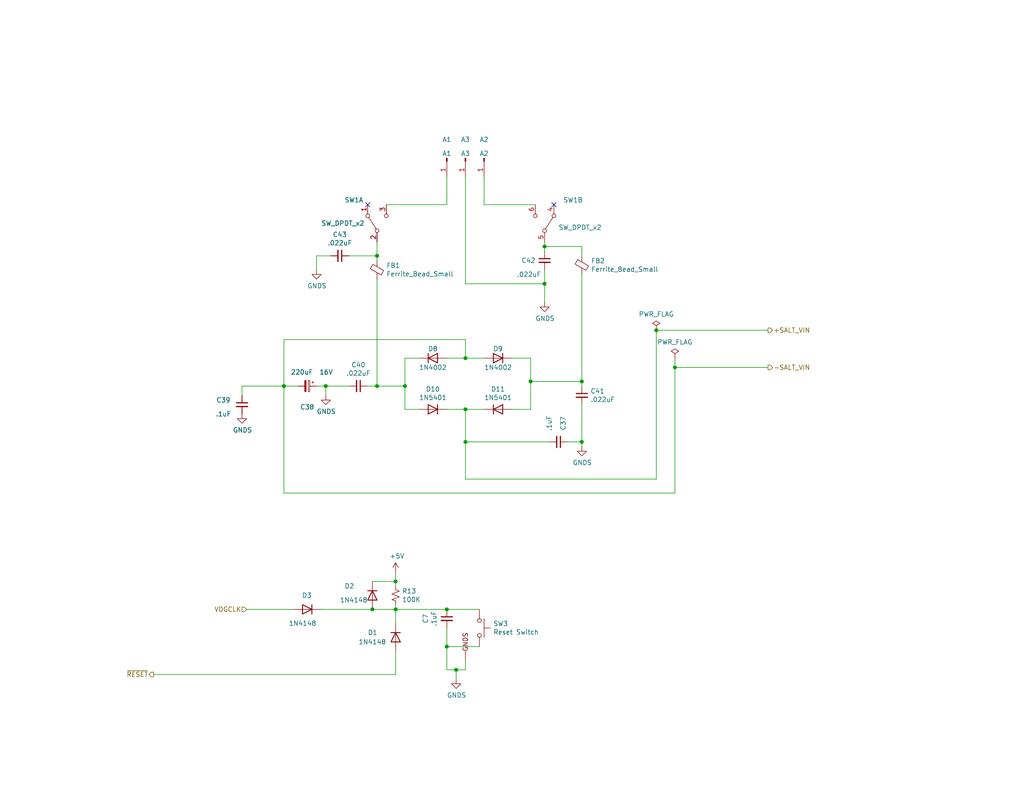
<source format=kicad_sch>
(kicad_sch (version 20211123) (generator eeschema)
  (paper "A")
  (title_block (title "TRS-80 Color Computer 2 (26-3134B & 26-3136B)") (date "2022-10-07") (rev "1.0.0") (company "Tandy Corporation") (comment 1 "Board # 20261058") (comment 3 "Reference board donated by MrDave3609") (comment 4 "Kicad schematic capture by Rocky Hill"))
  (lib_symbols
    (symbol "coco2-rescue:+5V-power" (power) (pin_names (offset 0))
      (property "Value" "+5V-power" (at 0 3.556 0))
      (symbol "+5V-power_0_1"
        (polyline (pts (xy -0.762 1.27) (xy 0 2.54)))
        (polyline (pts (xy 0 0) (xy 0 2.54)))
        (polyline (pts (xy 0 2.54) (xy 0.762 1.27)))
      )
      (symbol "+5V-power_1_1"
        (pin power_in line (at 0 0 90) (length 0) hide (name "+5V") (number "1"))
      )
    )
    (symbol "coco2-rescue:1N4002-Diode" (pin_numbers hide) (pin_names (offset 1.016) hide)
      (property "Reference" "D" (at 0 2.54 0))
      (property "Value" "1N4002-Diode" (at 0 -2.54 0))
      (symbol "1N4002-Diode_0_1"
        (polyline (pts (xy -1.27 1.27) (xy -1.27 -1.27)) (stroke (width 0.254)))
        (polyline (pts (xy 1.27 0) (xy -1.27 0)))
        (polyline (pts (xy 1.27 1.27) (xy 1.27 -1.27) (xy -1.27 0) (xy 1.27 1.27)) (stroke (width 0.254)))
      )
      (symbol "1N4002-Diode_1_1"
        (pin passive line (at -3.81 0 0) (length 2.54) (name "K") (number "1"))
        (pin passive line (at 3.81 0 180) (length 2.54) (name "A") (number "2"))
      )
    )
    (symbol "coco2-rescue:1N4148-Diode" (pin_numbers hide) (pin_names (offset 1.016) hide)
      (property "Reference" "D" (at 0 2.54 0))
      (property "Value" "1N4148-Diode" (at 0 -2.54 0))
      (symbol "1N4148-Diode_0_1"
        (polyline (pts (xy -1.27 1.27) (xy -1.27 -1.27)) (stroke (width 0.254)))
        (polyline (pts (xy 1.27 0) (xy -1.27 0)))
        (polyline (pts (xy 1.27 1.27) (xy 1.27 -1.27) (xy -1.27 0) (xy 1.27 1.27)) (stroke (width 0.254)))
      )
      (symbol "1N4148-Diode_1_1"
        (pin passive line (at -3.81 0 0) (length 2.54) (name "K") (number "1"))
        (pin passive line (at 3.81 0 180) (length 2.54) (name "A") (number "2"))
      )
    )
    (symbol "coco2-rescue:1N5401-Diode" (pin_numbers hide) (pin_names (offset 1.016) hide)
      (property "Reference" "D" (at 0 2.54 0))
      (property "Value" "1N5401-Diode" (at 0 -2.54 0))
      (symbol "1N5401-Diode_0_1"
        (polyline (pts (xy -1.27 1.27) (xy -1.27 -1.27)) (stroke (width 0.254)))
        (polyline (pts (xy 1.27 0) (xy -1.27 0)))
        (polyline (pts (xy 1.27 1.27) (xy 1.27 -1.27) (xy -1.27 0) (xy 1.27 1.27)) (stroke (width 0.254)))
      )
      (symbol "1N5401-Diode_1_1"
        (pin passive line (at -3.81 0 0) (length 2.54) (name "K") (number "1"))
        (pin passive line (at 3.81 0 180) (length 2.54) (name "A") (number "2"))
      )
    )
    (symbol "coco2-rescue:CP_Small-Device" (pin_numbers hide) (pin_names (offset 0.254) hide)
      (property "Reference" "C" (at 0.254 1.778 0))
      (property "Value" "CP_Small-Device" (at 0.254 -2.032 0))
      (symbol "CP_Small-Device_0_1"
        (rectangle (start -1.524 -0.3048) (end 1.524 -0.6858) (fill (type outline)))
        (rectangle (start -1.524 0.6858) (end 1.524 0.3048))
        (polyline (pts (xy -1.27 1.524) (xy -0.762 1.524)))
        (polyline (pts (xy -1.016 1.27) (xy -1.016 1.778)))
      )
      (symbol "CP_Small-Device_1_1"
        (pin passive line (at 0 2.54 270) (length 1.8542) (name "~") (number "1"))
        (pin passive line (at 0 -2.54 90) (length 1.8542) (name "~") (number "2"))
      )
    )
    (symbol "coco2-rescue:C_Small-Device" (pin_numbers hide) (pin_names (offset 0.254) hide)
      (property "Reference" "C" (at 0.254 1.778 0))
      (property "Value" "C_Small-Device" (at 0.254 -2.032 0))
      (symbol "C_Small-Device_0_1"
        (polyline (pts (xy -1.524 -0.508) (xy 1.524 -0.508)) (stroke (width 0.3302)))
        (polyline (pts (xy -1.524 0.508) (xy 1.524 0.508)) (stroke (width 0.3048)))
      )
      (symbol "C_Small-Device_1_1"
        (pin passive line (at 0 2.54 270) (length 2.032) (name "~") (number "1"))
        (pin passive line (at 0 -2.54 90) (length 2.032) (name "~") (number "2"))
      )
    )
    (symbol "coco2-rescue:Conn_01x01_Male-Connector" (pin_names (offset 1.016) hide)
      (property "Reference" "J" (at 0 2.54 0))
      (property "Value" "Conn_01x01_Male-Connector" (at 0 -2.54 0))
      (symbol "Conn_01x01_Male-Connector_1_1"
        (polyline (pts (xy 1.27 0) (xy 0.8636 0)) (stroke (width 0.1524)))
        (rectangle (start 0.8636 0.127) (end 0 -0.127) (stroke (width 0.1524)) (fill (type outline)))
        (pin passive line (at 5.08 0 180) (length 3.81) (name "Pin_1") (number "1"))
      )
    )
    (symbol "coco2-rescue:Ferrite_Bead_Small-Device" (pin_numbers hide) (pin_names (offset 0))
      (property "Reference" "FB" (at 1.905 1.27 0))
      (property "Value" "Ferrite_Bead_Small-Device" (at 1.905 -1.27 0))
      (symbol "Ferrite_Bead_Small-Device_0_1"
        (polyline (pts (xy 0 -1.27) (xy 0 -0.7874)))
        (polyline (pts (xy 0 0.889) (xy 0 1.2954)))
        (polyline (pts (xy -1.8288 0.2794) (xy -1.1176 1.4986) (xy 1.8288 -0.2032) (xy 1.1176 -1.4224) (xy -1.8288 0.2794)))
      )
      (symbol "Ferrite_Bead_Small-Device_1_1"
        (pin passive line (at 0 2.54 270) (length 1.27) (name "~") (number "1"))
        (pin passive line (at 0 -2.54 90) (length 1.27) (name "~") (number "2"))
      )
    )
    (symbol "coco2-rescue:GNDS-power" (power) (pin_names (offset 0))
      (property "Value" "GNDS-power" (at 0 -3.81 0))
      (symbol "GNDS-power_0_1"
        (polyline (pts (xy 0 0) (xy 0 -1.27) (xy 1.27 -1.27) (xy 0 -2.54) (xy -1.27 -1.27) (xy 0 -1.27)))
      )
      (symbol "GNDS-power_1_1"
        (pin power_in line (at 0 0 270) (length 0) hide (name "GNDS") (number "1"))
      )
    )
    (symbol "coco2-rescue:PWR_FLAG-power" (power) (pin_numbers hide) (pin_names (offset 0) hide)
      (property "Value" "PWR_FLAG-power" (at 0 3.81 0))
      (symbol "PWR_FLAG-power_0_0"
        (pin power_out line (at 0 0 90) (length 0) (name "pwr") (number "1"))
      )
      (symbol "PWR_FLAG-power_0_1"
        (polyline (pts (xy 0 0) (xy 0 1.27) (xy -1.016 1.905) (xy 0 2.54) (xy 1.016 1.905) (xy 0 1.27)))
      )
    )
    (symbol "coco2-rescue:R_Small_US-Device" (pin_numbers hide) (pin_names (offset 0.254) hide)
      (property "Reference" "R" (at 0.762 0.508 0))
      (property "Value" "R_Small_US-Device" (at 0.762 -1.016 0))
      (symbol "R_Small_US-Device_1_1"
        (polyline (pts (xy 0 0) (xy 1.016 -0.381) (xy 0 -0.762) (xy -1.016 -1.143) (xy 0 -1.524)))
        (polyline (pts (xy 0 1.524) (xy 1.016 1.143) (xy 0 0.762) (xy -1.016 0.381) (xy 0 0)))
        (pin passive line (at 0 2.54 270) (length 1.016) (name "~") (number "1"))
        (pin passive line (at 0 -2.54 90) (length 1.016) (name "~") (number "2"))
      )
    )
    (symbol "coco2-rescue:SW_DPDT_x2-Switch" (pin_names (offset 0) hide)
      (property "Reference" "SW" (at 0 4.318 0))
      (property "Value" "SW_DPDT_x2-Switch" (at 0 -5.08 0))
      (symbol "SW_DPDT_x2-Switch_0_0"
        (circle (center -2.032 0) (radius 0.508))
        (circle (center 2.032 -2.54) (radius 0.508))
      )
      (symbol "SW_DPDT_x2-Switch_0_1"
        (polyline (pts (xy -1.524 0.254) (xy 1.651 2.286)))
        (circle (center 2.032 2.54) (radius 0.508))
      )
      (symbol "SW_DPDT_x2-Switch_1_1"
        (pin passive line (at 5.08 2.54 180) (length 2.54) (name "A") (number "1"))
        (pin passive line (at -5.08 0 0) (length 2.54) (name "B") (number "2"))
        (pin passive line (at 5.08 -2.54 180) (length 2.54) (name "C") (number "3"))
      )
      (symbol "SW_DPDT_x2-Switch_2_1"
        (pin passive line (at 5.08 2.54 180) (length 2.54) (name "A") (number "4"))
        (pin passive line (at -5.08 0 0) (length 2.54) (name "B") (number "5"))
        (pin passive line (at 5.08 -2.54 180) (length 2.54) (name "C") (number "6"))
      )
    )
    (symbol "coco2:SW_Push-Switch" (pin_numbers hide) (pin_names (offset 1.016) hide)
      (property "Reference" "SW" (at 1.27 2.54 0))
      (property "Value" "SW_Push-Switch" (at 0 -1.524 0))
      (symbol "SW_Push-Switch_0_0"
        (text "GNDS" (at 3.81 -3.81 0) (effects (font (size 1.27 1.27))))
      )
      (symbol "SW_Push-Switch_0_1"
        (circle (center -2.032 0) (radius 0.508))
        (polyline (pts (xy 0 1.27) (xy 0 3.048)))
        (polyline (pts (xy 2.54 1.27) (xy -2.54 1.27)))
        (circle (center 2.032 0) (radius 0.508))
        (pin passive line (at -5.08 0 0) (length 2.54) (name "1") (number "1"))
        (pin passive line (at 5.08 0 180) (length 2.54) (name "2") (number "2"))
      )
      (symbol "SW_Push-Switch_1_1"
        (pin passive line (at 8.89 -3.81 180) (length 2.54) (name "GNDS") (number "GNDS"))
      )
    )
  )
  (junction (at 107.95 166.37))
  (junction (at 148.59 67.31))
  (junction (at 110.49 105.41))
  (junction (at 127 97.79))
  (junction (at 101.6 166.37))
  (junction (at 88.9 105.41))
  (junction (at 184.15 100.33))
  (junction (at 124.46 182.88))
  (junction (at 77.47 105.41))
  (junction (at 121.92 176.53))
  (junction (at 107.95 158.75))
  (junction (at 102.87 69.85))
  (junction (at 158.75 104.14))
  (junction (at 127 120.65))
  (junction (at 127 111.76))
  (junction (at 179.07 90.17))
  (junction (at 158.75 120.65))
  (junction (at 148.59 77.47))
  (junction (at 144.78 104.14))
  (junction (at 121.92 166.37))
  (junction (at 102.87 105.41))
  (no_connect (at 151.13 55.88))
  (no_connect (at 100.33 55.88))
  (wire (pts (xy 121.92 176.53) (xy 121.92 182.88)))
  (wire (pts (xy 127 120.65) (xy 127 130.81)))
  (wire (pts (xy 100.33 105.41) (xy 102.87 105.41)))
  (wire (pts (xy 127 77.47) (xy 148.59 77.47)))
  (wire (pts (xy 121.92 48.26) (xy 121.92 55.88)))
  (wire (pts (xy 101.6 166.37) (xy 107.95 166.37)))
  (wire (pts (xy 209.55 100.33) (xy 184.15 100.33)))
  (wire (pts (xy 132.08 48.26) (xy 132.08 55.88)))
  (wire (pts (xy 90.17 69.85) (xy 86.36 69.85)))
  (wire (pts (xy 158.75 110.49) (xy 158.75 120.65)))
  (wire (pts (xy 87.63 166.37) (xy 101.6 166.37)))
  (wire (pts (xy 102.87 69.85) (xy 102.87 71.12)))
  (wire (pts (xy 124.46 182.88) (xy 127 182.88)))
  (wire (pts (xy 102.87 105.41) (xy 110.49 105.41)))
  (wire (pts (xy 88.9 105.41) (xy 88.9 107.95)))
  (wire (pts (xy 107.95 156.21) (xy 107.95 158.75)))
  (wire (pts (xy 107.95 166.37) (xy 121.92 166.37)))
  (wire (pts (xy 148.59 67.31) (xy 148.59 66.04)))
  (wire (pts (xy 184.15 134.62) (xy 184.15 100.33)))
  (wire (pts (xy 77.47 105.41) (xy 81.28 105.41)))
  (wire (pts (xy 148.59 73.66) (xy 148.59 77.47)))
  (wire (pts (xy 67.31 166.37) (xy 80.01 166.37)))
  (wire (pts (xy 107.95 158.75) (xy 107.95 160.02)))
  (wire (pts (xy 77.47 105.41) (xy 77.47 134.62)))
  (wire (pts (xy 127 120.65) (xy 149.86 120.65)))
  (wire (pts (xy 107.95 166.37) (xy 107.95 170.18)))
  (wire (pts (xy 184.15 100.33) (xy 184.15 97.79)))
  (wire (pts (xy 88.9 105.41) (xy 95.25 105.41)))
  (wire (pts (xy 86.36 69.85) (xy 86.36 73.66)))
  (wire (pts (xy 144.78 97.79) (xy 144.78 104.14)))
  (wire (pts (xy 139.7 97.79) (xy 144.78 97.79)))
  (wire (pts (xy 114.3 97.79) (xy 110.49 97.79)))
  (wire (pts (xy 110.49 97.79) (xy 110.49 105.41)))
  (wire (pts (xy 107.95 165.1) (xy 107.95 166.37)))
  (wire (pts (xy 121.92 182.88) (xy 124.46 182.88)))
  (wire (pts (xy 158.75 74.93) (xy 158.75 104.14)))
  (wire (pts (xy 184.15 134.62) (xy 77.47 134.62)))
  (wire (pts (xy 121.92 55.88) (xy 105.41 55.88)))
  (wire (pts (xy 121.92 111.76) (xy 127 111.76)))
  (wire (pts (xy 101.6 158.75) (xy 107.95 158.75)))
  (wire (pts (xy 124.46 182.88) (xy 124.46 185.42)))
  (wire (pts (xy 127 111.76) (xy 127 120.65)))
  (wire (pts (xy 77.47 105.41) (xy 66.04 105.41)))
  (wire (pts (xy 179.07 130.81) (xy 179.07 90.17)))
  (wire (pts (xy 127 92.71) (xy 127 97.79)))
  (wire (pts (xy 110.49 105.41) (xy 110.49 111.76)))
  (wire (pts (xy 110.49 111.76) (xy 114.3 111.76)))
  (wire (pts (xy 158.75 104.14) (xy 144.78 104.14)))
  (wire (pts (xy 130.81 176.53) (xy 121.92 176.53)))
  (wire (pts (xy 107.95 177.8) (xy 107.95 184.15)))
  (wire (pts (xy 158.75 121.92) (xy 158.75 120.65)))
  (wire (pts (xy 148.59 77.47) (xy 148.59 82.55)))
  (wire (pts (xy 179.07 130.81) (xy 127 130.81)))
  (wire (pts (xy 102.87 76.2) (xy 102.87 105.41)))
  (wire (pts (xy 127 97.79) (xy 132.08 97.79)))
  (wire (pts (xy 158.75 105.41) (xy 158.75 104.14)))
  (wire (pts (xy 209.55 90.17) (xy 179.07 90.17)))
  (wire (pts (xy 41.91 184.15) (xy 107.95 184.15)))
  (wire (pts (xy 158.75 120.65) (xy 154.94 120.65)))
  (wire (pts (xy 88.9 105.41) (xy 86.36 105.41)))
  (wire (pts (xy 127 111.76) (xy 132.08 111.76)))
  (wire (pts (xy 95.25 69.85) (xy 102.87 69.85)))
  (wire (pts (xy 144.78 111.76) (xy 139.7 111.76)))
  (wire (pts (xy 77.47 92.71) (xy 77.47 105.41)))
  (wire (pts (xy 144.78 104.14) (xy 144.78 111.76)))
  (wire (pts (xy 102.87 66.04) (xy 102.87 69.85)))
  (wire (pts (xy 127 92.71) (xy 77.47 92.71)))
  (wire (pts (xy 158.75 67.31) (xy 148.59 67.31)))
  (wire (pts (xy 127 48.26) (xy 127 77.47)))
  (wire (pts (xy 121.92 166.37) (xy 130.81 166.37)))
  (wire (pts (xy 148.59 68.58) (xy 148.59 67.31)))
  (wire (pts (xy 127 182.88) (xy 127 180.34)))
  (wire (pts (xy 121.92 171.45) (xy 121.92 176.53)))
  (wire (pts (xy 132.08 55.88) (xy 146.05 55.88)))
  (wire (pts (xy 121.92 97.79) (xy 127 97.79)))
  (wire (pts (xy 158.75 69.85) (xy 158.75 67.31)))
  (wire (pts (xy 66.04 105.41) (xy 66.04 107.95)))
  (hierarchical_label "-SALT_VIN" (shape output) (at 209.55 100.33 0))
  (hierarchical_label "~{RESET}" (shape output) (at 41.91 184.15 180))
  (hierarchical_label "+SALT_VIN" (shape output) (at 209.55 90.17 0))
  (hierarchical_label "VDGCLK" (shape input) (at 67.31 166.37 180))
  (symbol (lib_id "coco2-rescue:C_Small-Device") (at 148.59 71.12 0) (unit 1)
    (property "Reference" "C42" (at 142.24 71.12 0) (effects (justify left)))
    (property "Value" ".022uF" (at 140.97 74.93 0) (effects (justify left)))
    (property "Footprint" "Capacitor_THT:C_Disc_D8.0mm_W2.5mm_P5.00mm" (effects hide))
    (property "Datasheet" "https://api.kemet.com/component-edge/download/datasheet/C317C223M5U5TA7301.pdf" (effects hide))
    (property "Vendor" "digikey" (effects hide))
    (property "Vendor part#" "399-14073-1-ND" (effects hide))
    (property "Manufacturer part#" "C317C223M5U5TA7301" (effects hide))
  )
  (symbol (lib_id "coco2-rescue:C_Small-Device") (at 92.71 69.85 270) (unit 1)
    (property "Reference" "C43" (at 92.71 64.0334 90))
    (property "Value" ".022uF" (at 92.71 66.3448 90))
    (property "Footprint" "Capacitor_THT:C_Disc_D8.0mm_W2.5mm_P5.00mm" (effects hide))
    (property "Datasheet" "https://api.kemet.com/component-edge/download/datasheet/C317C223M5U5TA7301.pdf" (effects hide))
    (property "Vendor" "digikey" (effects hide))
    (property "Vendor part#" "399-14073-1-ND" (effects hide))
    (property "Manufacturer part#" "C317C223M5U5TA7301" (effects hide))
  )
  (symbol (lib_id "coco2-rescue:C_Small-Device") (at 97.79 105.41 270) (unit 1)
    (property "Reference" "C40" (at 97.79 99.5934 90))
    (property "Value" ".022uF" (at 97.79 101.9048 90))
    (property "Footprint" "Capacitor_THT:C_Disc_D8.0mm_W2.5mm_P5.00mm" (effects hide))
    (property "Datasheet" "https://api.kemet.com/component-edge/download/datasheet/C317C223M5U5TA7301.pdf" (effects hide))
    (property "Vendor" "digikey" (effects hide))
    (property "Vendor part#" "399-14073-1-ND" (effects hide))
    (property "Manufacturer part#" "C317C223M5U5TA7301" (effects hide))
  )
  (symbol (lib_id "coco2-rescue:C_Small-Device") (at 158.75 107.95 0) (unit 1)
    (property "Reference" "C41" (at 161.0868 106.7816 0) (effects (justify left)))
    (property "Value" ".022uF" (at 161.0868 109.093 0) (effects (justify left)))
    (property "Footprint" "Capacitor_THT:C_Disc_D8.0mm_W2.5mm_P5.00mm" (effects hide))
    (property "Datasheet" "https://api.kemet.com/component-edge/download/datasheet/C317C223M5U5TA7301.pdf" (effects hide))
    (property "Vendor" "digikey" (effects hide))
    (property "Vendor part#" "399-14073-1-ND" (effects hide))
    (property "Manufacturer part#" "C317C223M5U5TA7301" (effects hide))
  )
  (symbol (lib_id "coco2-rescue:1N4002-Diode") (at 118.11 97.79 0) (unit 1)
    (property "Reference" "D8" (at 118.11 95.25 0))
    (property "Value" "1N4002" (at 118.11 100.33 0))
    (property "Footprint" "Diode_THT:D_DO-41_SOD81_P10.16mm_Horizontal" (effects hide))
    (property "Datasheet" "https://www.diodes.com/assets/Datasheets/ds29002.pdf" (effects hide))
    (property "Vendor" "digikey" (effects hide))
    (property "Vendor part#" "1N4002GDICT-ND" (effects hide))
    (property "Manufacturer part#" "1N4002G-T" (effects hide))
  )
  (symbol (lib_id "coco2-rescue:1N4002-Diode") (at 135.89 97.79 180) (unit 1)
    (property "Reference" "D9" (at 135.89 95.25 0))
    (property "Value" "1N4002" (at 135.89 100.33 0))
    (property "Footprint" "Diode_THT:D_DO-41_SOD81_P10.16mm_Horizontal" (effects hide))
    (property "Datasheet" "https://www.diodes.com/assets/Datasheets/ds29002.pdf" (effects hide))
    (property "Vendor" "digikey" (effects hide))
    (property "Vendor part#" "1N4002GDICT-ND" (effects hide))
    (property "Manufacturer part#" "1N4002G-T" (effects hide))
  )
  (symbol (lib_id "coco2-rescue:1N5401-Diode") (at 118.11 111.76 180) (unit 1)
    (property "Reference" "D10" (at 118.11 106.2482 0))
    (property "Value" "1N5401" (at 118.11 108.5596 0))
    (property "Footprint" "Diode_THT:D_DO-201AD_P15.24mm_Horizontal" (effects hide))
    (property "Datasheet" "https://www.diodes.com/assets/Datasheets/ds29003.pdf" (effects hide))
    (property "Vendor" "digikey" (effects hide))
    (property "Vendor part#" "1N5401GDICT-ND" (effects hide))
    (property "Manufacturer part#" "1N5401G-T" (effects hide))
  )
  (symbol (lib_id "coco2-rescue:1N5401-Diode") (at 135.89 111.76 0) (unit 1)
    (property "Reference" "D11" (at 135.89 106.2482 0))
    (property "Value" "1N5401" (at 135.89 108.5596 0))
    (property "Footprint" "Diode_THT:D_DO-201AD_P15.24mm_Horizontal" (effects hide))
    (property "Datasheet" "https://www.diodes.com/assets/Datasheets/ds29003.pdf" (effects hide))
    (property "Vendor" "digikey" (effects hide))
    (property "Vendor part#" "1N5401GDICT-ND" (effects hide))
    (property "Manufacturer part#" "1N5401G-T" (effects hide))
  )
  (symbol (lib_id "coco2-rescue:Conn_01x01_Male-Connector") (at 127 43.18 270) (unit 1)
    (property "Reference" "A3" (at 125.73 41.91 90) (effects (justify left)))
    (property "Value" "A3" (at 125.73 38.1 90) (effects (justify left)))
    (property "Footprint" "coco2:power_connector_post" (effects hide))
    (property "Datasheet" "https://www.mill-max.com/catalog/download/2020-01%3A221.1.pdf" (effects hide))
    (property "Vendor" "digikey" (effects hide))
    (property "Vendor part#" "ED11524-ND" (effects hide))
    (property "Manufacturer part#" "6331-0-00-15-00-00-08-0" (effects hide))
  )
  (symbol (lib_id "coco2-rescue:Conn_01x01_Male-Connector") (at 121.92 43.18 270) (unit 1)
    (property "Reference" "A1" (at 120.65 41.91 90) (effects (justify left)))
    (property "Value" "A1" (at 120.65 38.1 90) (effects (justify left)))
    (property "Footprint" "coco2:power_connector_post" (effects hide))
    (property "Datasheet" "https://www.mill-max.com/catalog/download/2020-01%3A221.1.pdf" (effects hide))
    (property "Vendor" "digikey" (effects hide))
    (property "Vendor part#" "ED11524-ND" (effects hide))
    (property "Manufacturer part#" "6331-0-00-15-00-00-08-0" (effects hide))
  )
  (symbol (lib_id "coco2-rescue:Conn_01x01_Male-Connector") (at 132.08 43.18 270) (unit 1)
    (property "Reference" "A2" (at 130.81 41.91 90) (effects (justify left)))
    (property "Value" "A2" (at 130.81 38.1 90) (effects (justify left)))
    (property "Footprint" "coco2:power_connector_post" (effects hide))
    (property "Datasheet" "https://www.mill-max.com/catalog/download/2020-01%3A221.1.pdf" (effects hide))
    (property "Vendor" "digikey" (effects hide))
    (property "Vendor part#" "ED11524-ND" (effects hide))
    (property "Manufacturer part#" "6331-0-00-15-00-00-08-0" (effects hide))
  )
  (symbol (lib_id "coco2-rescue:SW_DPDT_x2-Switch") (at 102.87 60.96 90) (unit 1)
    (property "Reference" "SW1" (at 93.98 54.61 90) (effects (justify right)))
    (property "Value" "SW_DPDT_x2" (at 87.63 60.96 90) (effects (justify right)))
    (property "Footprint" "coco2:F2UEE" (effects hide))
    (property "Datasheet" "https://www.ckswitches.com/media/1402/fpush.pdf" (effects hide))
    (property "Vendor" "digikey" (effects hide))
    (property "Vendor part#" "401-1223-ND" (effects hide))
    (property "Manufacturer part#" "F2UEE" (effects hide))
  )
  (symbol (lib_id "coco2-rescue:SW_DPDT_x2-Switch") (at 148.59 60.96 270) (mirror x) (unit 2)
    (property "Reference" "SW1" (at 153.67 54.61 90) (effects (justify left)))
    (property "Value" "SW_DPDT_x2" (at 152.3492 62.103 90) (effects (justify left)))
    (property "Footprint" "coco2:F2UEE" (effects hide))
    (property "Datasheet" "https://www.ckswitches.com/media/1402/fpush.pdf" (effects hide))
    (property "Vendor" "digikey" (effects hide))
    (property "Vendor part#" "401-1223-ND" (effects hide))
    (property "Manufacturer part#" "F2UEE" (effects hide))
    (property "Vendor2 part#" "401-1215-ND" (effects hide))
    (property "Manufacturer2 part#" "F0201" (effects hide))
  )
  (symbol (lib_id "coco2-rescue:GNDS-power") (at 148.59 82.55 0) (unit 1)
    (property "Reference" "#PWR0999085" (effects hide))
    (property "Value" "GNDS" (at 148.717 86.9442 0))
  )
  (symbol (lib_id "coco2-rescue:Ferrite_Bead_Small-Device") (at 158.75 72.39 0) (unit 1)
    (property "Reference" "FB2" (at 161.29 71.2216 0) (effects (justify left)))
    (property "Value" "Ferrite_Bead_Small" (at 161.29 73.533 0) (effects (justify left)))
    (property "Footprint" "coco2:ferrite_bead" (effects hide))
    (property "Datasheet" "http://www.fair-rite.com/wp-content/themes/fair-rite/print_product.php?pid=18608" (effects hide))
    (property "Vendor" "digikey" (effects hide))
    (property "Vendor part#" "1934-1364-ND" (effects hide))
    (property "Manufacturer part#" "2743007111" (effects hide))
  )
  (symbol (lib_id "coco2-rescue:Ferrite_Bead_Small-Device") (at 102.87 73.66 0) (unit 1)
    (property "Reference" "FB1" (at 105.41 72.4916 0) (effects (justify left)))
    (property "Value" "Ferrite_Bead_Small" (at 105.41 74.803 0) (effects (justify left)))
    (property "Footprint" "coco2:ferrite_bead" (effects hide))
    (property "Datasheet" "http://www.fair-rite.com/wp-content/themes/fair-rite/print_product.php?pid=18608" (effects hide))
    (property "Vendor" "digikey" (effects hide))
    (property "Vendor part#" "1934-1364-ND" (effects hide))
    (property "Manufacturer part#" "2743007111" (effects hide))
  )
  (symbol (lib_id "coco2-rescue:C_Small-Device") (at 152.4 120.65 270) (unit 1)
    (property "Reference" "C37" (at 153.67 115.57 0))
    (property "Value" ".1uF" (at 149.86 115.57 0))
    (property "Footprint" "Capacitor_THT:C_Disc_D4.7mm_W2.5mm_P5.00mm" (effects hide))
    (property "Datasheet" " https://search.murata.co.jp/Ceramy/image/img/A01X/G101/ENG/RDE_X7R_250V-1kV_E.pdf" (effects hide))
    (property "Vendor" "digikey" (effects hide))
    (property "Vendor part#" "490-8814-ND" (effects hide))
    (property "Manufacturer part#" "RDER71H104K0K1H03B" (effects hide))
  )
  (symbol (lib_id "coco2-rescue:GNDS-power") (at 158.75 121.92 0) (unit 1)
    (property "Reference" "#PWR0999087" (effects hide))
    (property "Value" "GNDS" (at 158.877 126.3142 0))
  )
  (symbol (lib_id "coco2-rescue:GNDS-power") (at 88.9 107.95 0) (unit 1)
    (property "Reference" "#PWR0999086" (effects hide))
    (property "Value" "GNDS" (at 89.027 112.3442 0))
  )
  (symbol (lib_id "coco2-rescue:GNDS-power") (at 86.36 73.66 0) (unit 1)
    (property "Reference" "#PWR0999084" (effects hide))
    (property "Value" "GNDS" (at 86.487 78.0542 0))
  )
  (symbol (lib_id "coco2-rescue:CP_Small-Device") (at 83.82 105.41 270) (unit 1)
    (property "Reference" "C38" (at 83.82 111.125 90))
    (property "Value" "220uF  16V" (at 85.09 101.6 90))
    (property "Footprint" "Capacitor_THT:CP_Radial_D8.0mm_P5.00mm" (effects hide))
    (property "Datasheet" "http://nichicon-us.com/english/products/pdfs/e-urs.pdf" (effects hide))
    (property "Vendor" "digikey" (effects hide))
    (property "Vendor part#" "493-15896-1-ND" (effects hide))
    (property "Manufacturer part#" "URS1C221MPD1TA" (effects hide))
  )
  (symbol (lib_id "coco2-rescue:PWR_FLAG-power") (at 179.07 90.17 0) (unit 1)
    (property "Reference" "#FLG0999002" (effects hide))
    (property "Value" "PWR_FLAG" (at 179.07 85.7758 0))
  )
  (symbol (lib_id "coco2-rescue:PWR_FLAG-power") (at 184.15 97.79 0) (unit 1)
    (property "Reference" "#FLG0999003" (effects hide))
    (property "Value" "PWR_FLAG" (at 184.15 93.3958 0))
  )
  (symbol (lib_id "coco2:SW_Push-Switch") (at 130.81 171.45 270) (unit 1)
    (property "Reference" "SW3" (at 134.5692 170.2816 90) (effects (justify left)))
    (property "Value" "Reset Switch" (at 134.5692 172.593 90) (effects (justify left)))
    (property "Footprint" "coco2:B3F3152" (effects hide))
    (property "Datasheet" "https://omronfs.omron.com/en_US/ecb/products/pdf/en-b3f.pdf" (effects hide))
    (property "Vendor" "digikey" (effects hide))
    (property "Vendor part#" "SW410-ND" (effects hide))
    (property "Manufacturer part#" "B3F-3152" (effects hide))
    (property "Vendor 2nd part#" "SW451-ND" (effects hide))
    (property "Manufacturer 2nd part#" "B32-1010" (effects hide))
  )
  (symbol (lib_id "coco2-rescue:GNDS-power") (at 124.46 185.42 0) (unit 1)
    (property "Reference" "#PWR0999089" (effects hide))
    (property "Value" "GNDS" (at 124.587 189.8142 0))
  )
  (symbol (lib_id "coco2-rescue:C_Small-Device") (at 121.92 168.91 0) (unit 1)
    (property "Reference" "C7" (at 116.1034 168.91 90))
    (property "Value" ".1uF" (at 118.4148 168.91 90))
    (property "Footprint" "Capacitor_THT:C_Disc_D4.7mm_W2.5mm_P5.00mm" (effects hide))
    (property "Datasheet" " https://search.murata.co.jp/Ceramy/image/img/A01X/G101/ENG/RDE_X7R_250V-1kV_E.pdf" (effects hide))
    (property "Vendor" "digikey" (effects hide))
    (property "Vendor part#" "490-8814-ND" (effects hide))
    (property "Manufacturer part#" "RDER71H104K0K1H03B" (effects hide))
  )
  (symbol (lib_id "coco2-rescue:+5V-power") (at 107.95 156.21 0) (unit 1)
    (property "Reference" "#PWR0999088" (effects hide))
    (property "Value" "+5V" (at 108.331 151.8158 0))
  )
  (symbol (lib_id "coco2-rescue:R_Small_US-Device") (at 107.95 162.56 0) (unit 1)
    (property "Reference" "R13" (at 109.6772 161.3916 0) (effects (justify left)))
    (property "Value" "100K" (at 109.6772 163.703 0) (effects (justify left)))
    (property "Footprint" "Resistor_THT:R_Axial_DIN0207_L6.3mm_D2.5mm_P10.16mm_Horizontal" (effects hide))
    (property "Datasheet" "https://www.seielect.com/catalog/sei-cf_cfm.pdf" (effects hide))
    (property "Vendor" "digikey" (effects hide))
    (property "Vendor part#" "CF14JT100KCT-ND" (effects hide))
    (property "Manufacturer part#" "CF14JT100K" (effects hide))
  )
  (symbol (lib_id "coco2-rescue:1N4148-Diode") (at 101.6 162.56 270) (unit 1)
    (property "Reference" "D2" (at 93.98 160.02 90) (effects (justify left)))
    (property "Value" "1N4148" (at 92.71 163.83 90) (effects (justify left)))
    (property "Footprint" "Diode_THT:D_DO-35_SOD27_P7.62mm_Horizontal" (effects hide))
    (property "Datasheet" " https://www.onsemi.com/pub/Collateral/1N914-D.PDF" (effects hide))
    (property "Vendor" "digikey" (effects hide))
    (property "Vendor part#" "1N4148FS-ND" (effects hide))
    (property "Manufacturer part#" "1N4148" (effects hide))
  )
  (symbol (lib_id "coco2-rescue:1N4148-Diode") (at 107.95 173.99 270) (unit 1)
    (property "Reference" "D1" (at 100.33 172.72 90) (effects (justify left)))
    (property "Value" "1N4148" (at 97.79 175.26 90) (effects (justify left)))
    (property "Footprint" "Diode_THT:D_DO-35_SOD27_P7.62mm_Horizontal" (effects hide))
    (property "Datasheet" " https://www.onsemi.com/pub/Collateral/1N914-D.PDF" (effects hide))
    (property "Vendor" "digikey" (effects hide))
    (property "Vendor part#" "1N4148FS-ND" (effects hide))
    (property "Manufacturer part#" "1N4148" (effects hide))
  )
  (symbol (lib_id "coco2-rescue:1N4148-Diode") (at 83.82 166.37 180) (unit 1)
    (property "Reference" "D3" (at 85.09 162.56 0) (effects (justify left)))
    (property "Value" "1N4148" (at 86.36 170.18 0) (effects (justify left)))
    (property "Footprint" "Diode_THT:D_DO-35_SOD27_P7.62mm_Horizontal" (effects hide))
    (property "Datasheet" " https://www.onsemi.com/pub/Collateral/1N914-D.PDF" (effects hide))
    (property "Vendor" "digikey" (effects hide))
    (property "Vendor part#" "1N4148FS-ND" (effects hide))
    (property "Manufacturer part#" "1N4148" (effects hide))
  )
  (symbol (lib_id "coco2-rescue:C_Small-Device") (at 66.04 110.49 0) (unit 1)
    (property "Reference" "C39" (at 60.96 109.22 0))
    (property "Value" ".1uF" (at 60.96 113.03 0))
    (property "Footprint" "Capacitor_THT:C_Disc_D4.7mm_W2.5mm_P5.00mm" (effects hide))
    (property "Datasheet" " https://search.murata.co.jp/Ceramy/image/img/A01X/G101/ENG/RDE_X7R_250V-1kV_E.pdf" (effects hide))
    (property "Vendor" "digikey" (effects hide))
    (property "Vendor part#" "490-8814-ND" (effects hide))
    (property "Manufacturer part#" "RDER71H104K0K1H03B" (effects hide))
  )
  (symbol (lib_id "coco2-rescue:GNDS-power") (at 66.04 113.03 0) (unit 1)
    (property "Reference" "#PWR0119" (effects hide))
    (property "Value" "GNDS" (at 66.167 117.4242 0))
  )
)
</source>
